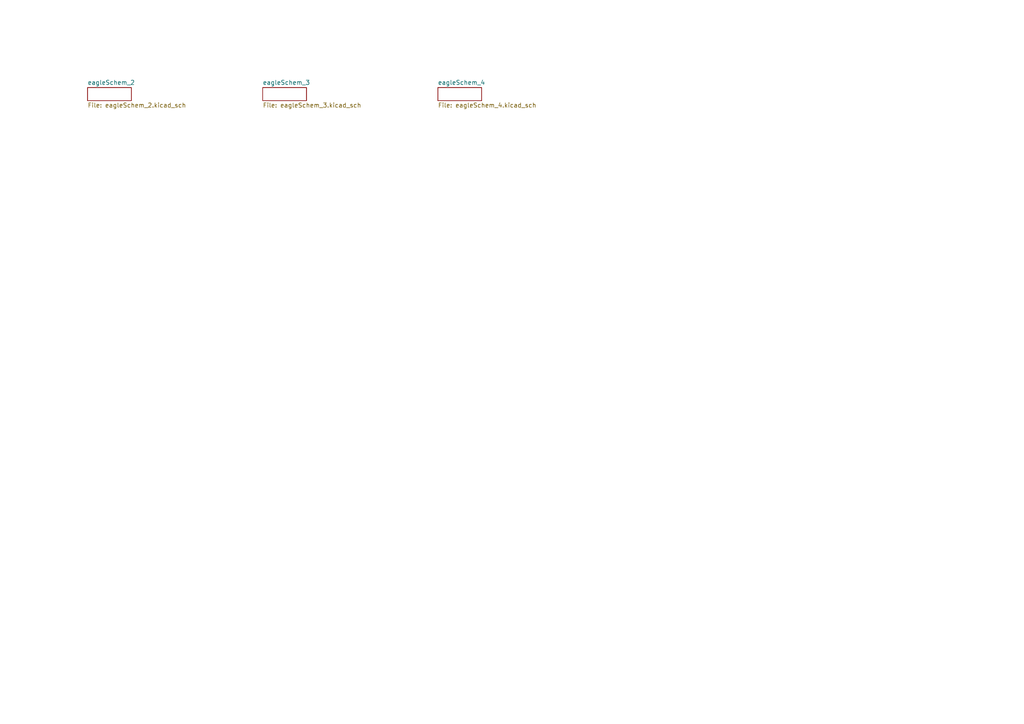
<source format=kicad_sch>
(kicad_sch (version 20211123) (generator eeschema)
  (paper "A4")
  (lib_symbols)
  (sheet (at 127 25.4) (size 12.7 3.81)
    (property "Sheet name" "eagleSchem_4" (at 127 24.6884 0) (effects (justify left bottom)))
    (property "Sheet file" "eagleSchem_4.kicad_sch" (at 127 29.7946 0) (effects (justify left top)))
  )
  (sheet (at 76.2 25.4) (size 12.7 3.81)
    (property "Sheet name" "eagleSchem_3" (at 76.2 24.6884 0) (effects (justify left bottom)))
    (property "Sheet file" "eagleSchem_3.kicad_sch" (at 76.2 29.7946 0) (effects (justify left top)))
  )
  (sheet (at 25.4 25.4) (size 12.7 3.81)
    (property "Sheet name" "eagleSchem_2" (at 25.4 24.6884 0) (effects (justify left bottom)))
    (property "Sheet file" "eagleSchem_2.kicad_sch" (at 25.4 29.7946 0) (effects (justify left top)))
  )
)
</source>
